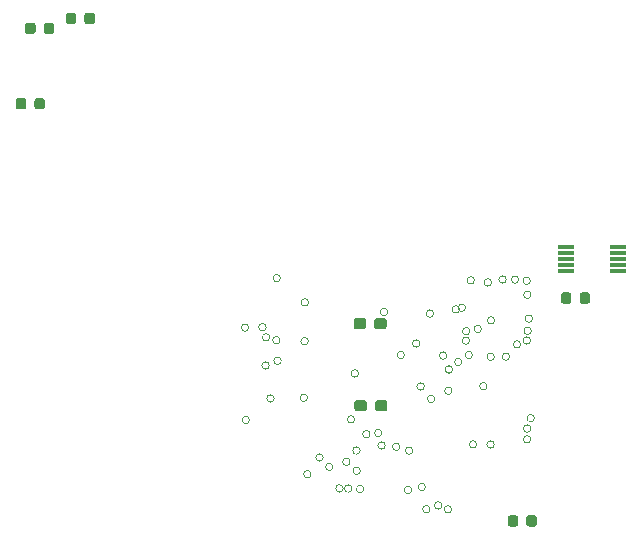
<source format=gbp>
G04 #@! TF.GenerationSoftware,KiCad,Pcbnew,5.1.2-f72e74a~84~ubuntu16.04.1*
G04 #@! TF.CreationDate,2019-07-11T03:11:06-05:00*
G04 #@! TF.ProjectId,uno shield,756e6f20-7368-4696-956c-642e6b696361,rev?*
G04 #@! TF.SameCoordinates,Original*
G04 #@! TF.FileFunction,Paste,Bot*
G04 #@! TF.FilePolarity,Positive*
%FSLAX46Y46*%
G04 Gerber Fmt 4.6, Leading zero omitted, Abs format (unit mm)*
G04 Created by KiCad (PCBNEW 5.1.2-f72e74a~84~ubuntu16.04.1) date 2019-07-11 03:11:06*
%MOMM*%
%LPD*%
G04 APERTURE LIST*
%ADD10C,0.080000*%
%ADD11C,0.100000*%
%ADD12C,0.950000*%
%ADD13C,0.875000*%
%ADD14R,1.400000X0.300000*%
G04 APERTURE END LIST*
D10*
X155123116Y-106700530D02*
G75*
G03X155123116Y-106700530I-315284J0D01*
G01*
X153673116Y-106520530D02*
G75*
G03X153673116Y-106520530I-315284J0D01*
G01*
X154741069Y-115478413D02*
G75*
G03X154741069Y-115478413I-315284J0D01*
G01*
X152918772Y-108843822D02*
G75*
G03X152918772Y-108843822I-315284J0D01*
G01*
X153513991Y-112839712D02*
G75*
G03X153513991Y-112839712I-315284J0D01*
G01*
X153267347Y-111632089D02*
G75*
G03X153267347Y-111632089I-315284J0D01*
G01*
X155358303Y-120422373D02*
G75*
G03X155358303Y-120422373I-315284J0D01*
G01*
X153864187Y-120411273D02*
G75*
G03X153864187Y-120411273I-315284J0D01*
G01*
X142556462Y-124134801D02*
G75*
G03X142556462Y-124134801I-315284J0D01*
G01*
X143300487Y-124147847D02*
G75*
G03X143300487Y-124147847I-315284J0D01*
G01*
X149913017Y-125891840D02*
G75*
G03X149913017Y-125891840I-315284J0D01*
G01*
X151734205Y-125901910D02*
G75*
G03X151734205Y-125901910I-315284J0D01*
G01*
X151822686Y-114065712D02*
G75*
G03X151822686Y-114065712I-315284J0D01*
G01*
X149060927Y-111866021D02*
G75*
G03X149060927Y-111866021I-315284J0D01*
G01*
X150215043Y-109333865D02*
G75*
G03X150215043Y-109333865I-315284J0D01*
G01*
X152403962Y-108977900D02*
G75*
G03X152403962Y-108977900I-315284J0D01*
G01*
X156373103Y-106449469D02*
G75*
G03X156373103Y-106449469I-315284J0D01*
G01*
X157421556Y-106454098D02*
G75*
G03X157421556Y-106454098I-315284J0D01*
G01*
X158413124Y-106559521D02*
G75*
G03X158413124Y-106559521I-315284J0D01*
G01*
X158457772Y-107742896D02*
G75*
G03X158457772Y-107742896I-315284J0D01*
G01*
X155387599Y-109911224D02*
G75*
G03X155387599Y-109911224I-315284J0D01*
G01*
X154260328Y-110635941D02*
G75*
G03X154260328Y-110635941I-315284J0D01*
G01*
X153285847Y-110823217D02*
G75*
G03X153285847Y-110823217I-315284J0D01*
G01*
X158590722Y-109762278D02*
G75*
G03X158590722Y-109762278I-315284J0D01*
G01*
X158487156Y-110798573D02*
G75*
G03X158487156Y-110798573I-315284J0D01*
G01*
X158419305Y-111613082D02*
G75*
G03X158419305Y-111613082I-315284J0D01*
G01*
X157593116Y-111940530D02*
G75*
G03X157593116Y-111940530I-315284J0D01*
G01*
X156647776Y-112983555D02*
G75*
G03X156647776Y-112983555I-315284J0D01*
G01*
X155367714Y-112988853D02*
G75*
G03X155367714Y-112988853I-315284J0D01*
G01*
X147750615Y-112845163D02*
G75*
G03X147750615Y-112845163I-315284J0D01*
G01*
X151333014Y-112889507D02*
G75*
G03X151333014Y-112889507I-315284J0D01*
G01*
X152610878Y-113433312D02*
G75*
G03X152610878Y-113433312I-315284J0D01*
G01*
X151816844Y-114077936D02*
G75*
G03X151816844Y-114077936I-315284J0D01*
G01*
X151774997Y-115875537D02*
G75*
G03X151774997Y-115875537I-315284J0D01*
G01*
X158749703Y-118182389D02*
G75*
G03X158749703Y-118182389I-315284J0D01*
G01*
X158454229Y-119068629D02*
G75*
G03X158454229Y-119068629I-315284J0D01*
G01*
X158441015Y-119980166D02*
G75*
G03X158441015Y-119980166I-315284J0D01*
G01*
X150920119Y-125576285D02*
G75*
G03X150920119Y-125576285I-315284J0D01*
G01*
X149523185Y-124016483D02*
G75*
G03X149523185Y-124016483I-315284J0D01*
G01*
X148362637Y-124260323D02*
G75*
G03X148362637Y-124260323I-315284J0D01*
G01*
X150316972Y-116562856D02*
G75*
G03X150316972Y-116562856I-315284J0D01*
G01*
X149435292Y-115504060D02*
G75*
G03X149435292Y-115504060I-315284J0D01*
G01*
X148455304Y-120947506D02*
G75*
G03X148455304Y-120947506I-315284J0D01*
G01*
X147357458Y-120618794D02*
G75*
G03X147357458Y-120618794I-315284J0D01*
G01*
X146124062Y-120504453D02*
G75*
G03X146124062Y-120504453I-315284J0D01*
G01*
X145839978Y-119442894D02*
G75*
G03X145839978Y-119442894I-315284J0D01*
G01*
X144839544Y-119543412D02*
G75*
G03X144839544Y-119543412I-315284J0D01*
G01*
X143537835Y-118290766D02*
G75*
G03X143537835Y-118290766I-315284J0D01*
G01*
X143853806Y-114399635D02*
G75*
G03X143853806Y-114399635I-315284J0D01*
G01*
X146332667Y-109192821D02*
G75*
G03X146332667Y-109192821I-315284J0D01*
G01*
X139624558Y-108387364D02*
G75*
G03X139624558Y-108387364I-315284J0D01*
G01*
X137251381Y-106336289D02*
G75*
G03X137251381Y-106336289I-315284J0D01*
G01*
X134558667Y-110527773D02*
G75*
G03X134558667Y-110527773I-315284J0D01*
G01*
X136037954Y-110484131D02*
G75*
G03X136037954Y-110484131I-315284J0D01*
G01*
X136340021Y-111337814D02*
G75*
G03X136340021Y-111337814I-315284J0D01*
G01*
X137207423Y-111586402D02*
G75*
G03X137207423Y-111586402I-315284J0D01*
G01*
X139608979Y-111683227D02*
G75*
G03X139608979Y-111683227I-315284J0D01*
G01*
X137314122Y-113342909D02*
G75*
G03X137314122Y-113342909I-315284J0D01*
G01*
X136309433Y-113732599D02*
G75*
G03X136309433Y-113732599I-315284J0D01*
G01*
X139543106Y-116469117D02*
G75*
G03X139543106Y-116469117I-315284J0D01*
G01*
X143993182Y-120936608D02*
G75*
G03X143993182Y-120936608I-315284J0D01*
G01*
X144019927Y-122646108D02*
G75*
G03X144019927Y-122646108I-315284J0D01*
G01*
X143147409Y-121892311D02*
G75*
G03X143147409Y-121892311I-315284J0D01*
G01*
X144305541Y-124188955D02*
G75*
G03X144305541Y-124188955I-315284J0D01*
G01*
X136720255Y-116516137D02*
G75*
G03X136720255Y-116516137I-315284J0D01*
G01*
X134621545Y-118339084D02*
G75*
G03X134621545Y-118339084I-315284J0D01*
G01*
X140869360Y-121517618D02*
G75*
G03X140869360Y-121517618I-315284J0D01*
G01*
X139834645Y-122933536D02*
G75*
G03X139834645Y-122933536I-315284J0D01*
G01*
X141696412Y-122317521D02*
G75*
G03X141696412Y-122317521I-315284J0D01*
G01*
D11*
G36*
X146025779Y-109706144D02*
G01*
X146048834Y-109709563D01*
X146071443Y-109715227D01*
X146093387Y-109723079D01*
X146114457Y-109733044D01*
X146134448Y-109745026D01*
X146153168Y-109758910D01*
X146170438Y-109774562D01*
X146186090Y-109791832D01*
X146199974Y-109810552D01*
X146211956Y-109830543D01*
X146221921Y-109851613D01*
X146229773Y-109873557D01*
X146235437Y-109896166D01*
X146238856Y-109919221D01*
X146240000Y-109942500D01*
X146240000Y-110417500D01*
X146238856Y-110440779D01*
X146235437Y-110463834D01*
X146229773Y-110486443D01*
X146221921Y-110508387D01*
X146211956Y-110529457D01*
X146199974Y-110549448D01*
X146186090Y-110568168D01*
X146170438Y-110585438D01*
X146153168Y-110601090D01*
X146134448Y-110614974D01*
X146114457Y-110626956D01*
X146093387Y-110636921D01*
X146071443Y-110644773D01*
X146048834Y-110650437D01*
X146025779Y-110653856D01*
X146002500Y-110655000D01*
X145427500Y-110655000D01*
X145404221Y-110653856D01*
X145381166Y-110650437D01*
X145358557Y-110644773D01*
X145336613Y-110636921D01*
X145315543Y-110626956D01*
X145295552Y-110614974D01*
X145276832Y-110601090D01*
X145259562Y-110585438D01*
X145243910Y-110568168D01*
X145230026Y-110549448D01*
X145218044Y-110529457D01*
X145208079Y-110508387D01*
X145200227Y-110486443D01*
X145194563Y-110463834D01*
X145191144Y-110440779D01*
X145190000Y-110417500D01*
X145190000Y-109942500D01*
X145191144Y-109919221D01*
X145194563Y-109896166D01*
X145200227Y-109873557D01*
X145208079Y-109851613D01*
X145218044Y-109830543D01*
X145230026Y-109810552D01*
X145243910Y-109791832D01*
X145259562Y-109774562D01*
X145276832Y-109758910D01*
X145295552Y-109745026D01*
X145315543Y-109733044D01*
X145336613Y-109723079D01*
X145358557Y-109715227D01*
X145381166Y-109709563D01*
X145404221Y-109706144D01*
X145427500Y-109705000D01*
X146002500Y-109705000D01*
X146025779Y-109706144D01*
X146025779Y-109706144D01*
G37*
D12*
X145715000Y-110180000D03*
D11*
G36*
X144275779Y-109706144D02*
G01*
X144298834Y-109709563D01*
X144321443Y-109715227D01*
X144343387Y-109723079D01*
X144364457Y-109733044D01*
X144384448Y-109745026D01*
X144403168Y-109758910D01*
X144420438Y-109774562D01*
X144436090Y-109791832D01*
X144449974Y-109810552D01*
X144461956Y-109830543D01*
X144471921Y-109851613D01*
X144479773Y-109873557D01*
X144485437Y-109896166D01*
X144488856Y-109919221D01*
X144490000Y-109942500D01*
X144490000Y-110417500D01*
X144488856Y-110440779D01*
X144485437Y-110463834D01*
X144479773Y-110486443D01*
X144471921Y-110508387D01*
X144461956Y-110529457D01*
X144449974Y-110549448D01*
X144436090Y-110568168D01*
X144420438Y-110585438D01*
X144403168Y-110601090D01*
X144384448Y-110614974D01*
X144364457Y-110626956D01*
X144343387Y-110636921D01*
X144321443Y-110644773D01*
X144298834Y-110650437D01*
X144275779Y-110653856D01*
X144252500Y-110655000D01*
X143677500Y-110655000D01*
X143654221Y-110653856D01*
X143631166Y-110650437D01*
X143608557Y-110644773D01*
X143586613Y-110636921D01*
X143565543Y-110626956D01*
X143545552Y-110614974D01*
X143526832Y-110601090D01*
X143509562Y-110585438D01*
X143493910Y-110568168D01*
X143480026Y-110549448D01*
X143468044Y-110529457D01*
X143458079Y-110508387D01*
X143450227Y-110486443D01*
X143444563Y-110463834D01*
X143441144Y-110440779D01*
X143440000Y-110417500D01*
X143440000Y-109942500D01*
X143441144Y-109919221D01*
X143444563Y-109896166D01*
X143450227Y-109873557D01*
X143458079Y-109851613D01*
X143468044Y-109830543D01*
X143480026Y-109810552D01*
X143493910Y-109791832D01*
X143509562Y-109774562D01*
X143526832Y-109758910D01*
X143545552Y-109745026D01*
X143565543Y-109733044D01*
X143586613Y-109723079D01*
X143608557Y-109715227D01*
X143631166Y-109709563D01*
X143654221Y-109706144D01*
X143677500Y-109705000D01*
X144252500Y-109705000D01*
X144275779Y-109706144D01*
X144275779Y-109706144D01*
G37*
D12*
X143965000Y-110180000D03*
D11*
G36*
X146095779Y-116656144D02*
G01*
X146118834Y-116659563D01*
X146141443Y-116665227D01*
X146163387Y-116673079D01*
X146184457Y-116683044D01*
X146204448Y-116695026D01*
X146223168Y-116708910D01*
X146240438Y-116724562D01*
X146256090Y-116741832D01*
X146269974Y-116760552D01*
X146281956Y-116780543D01*
X146291921Y-116801613D01*
X146299773Y-116823557D01*
X146305437Y-116846166D01*
X146308856Y-116869221D01*
X146310000Y-116892500D01*
X146310000Y-117367500D01*
X146308856Y-117390779D01*
X146305437Y-117413834D01*
X146299773Y-117436443D01*
X146291921Y-117458387D01*
X146281956Y-117479457D01*
X146269974Y-117499448D01*
X146256090Y-117518168D01*
X146240438Y-117535438D01*
X146223168Y-117551090D01*
X146204448Y-117564974D01*
X146184457Y-117576956D01*
X146163387Y-117586921D01*
X146141443Y-117594773D01*
X146118834Y-117600437D01*
X146095779Y-117603856D01*
X146072500Y-117605000D01*
X145497500Y-117605000D01*
X145474221Y-117603856D01*
X145451166Y-117600437D01*
X145428557Y-117594773D01*
X145406613Y-117586921D01*
X145385543Y-117576956D01*
X145365552Y-117564974D01*
X145346832Y-117551090D01*
X145329562Y-117535438D01*
X145313910Y-117518168D01*
X145300026Y-117499448D01*
X145288044Y-117479457D01*
X145278079Y-117458387D01*
X145270227Y-117436443D01*
X145264563Y-117413834D01*
X145261144Y-117390779D01*
X145260000Y-117367500D01*
X145260000Y-116892500D01*
X145261144Y-116869221D01*
X145264563Y-116846166D01*
X145270227Y-116823557D01*
X145278079Y-116801613D01*
X145288044Y-116780543D01*
X145300026Y-116760552D01*
X145313910Y-116741832D01*
X145329562Y-116724562D01*
X145346832Y-116708910D01*
X145365552Y-116695026D01*
X145385543Y-116683044D01*
X145406613Y-116673079D01*
X145428557Y-116665227D01*
X145451166Y-116659563D01*
X145474221Y-116656144D01*
X145497500Y-116655000D01*
X146072500Y-116655000D01*
X146095779Y-116656144D01*
X146095779Y-116656144D01*
G37*
D12*
X145785000Y-117130000D03*
D11*
G36*
X144345779Y-116656144D02*
G01*
X144368834Y-116659563D01*
X144391443Y-116665227D01*
X144413387Y-116673079D01*
X144434457Y-116683044D01*
X144454448Y-116695026D01*
X144473168Y-116708910D01*
X144490438Y-116724562D01*
X144506090Y-116741832D01*
X144519974Y-116760552D01*
X144531956Y-116780543D01*
X144541921Y-116801613D01*
X144549773Y-116823557D01*
X144555437Y-116846166D01*
X144558856Y-116869221D01*
X144560000Y-116892500D01*
X144560000Y-117367500D01*
X144558856Y-117390779D01*
X144555437Y-117413834D01*
X144549773Y-117436443D01*
X144541921Y-117458387D01*
X144531956Y-117479457D01*
X144519974Y-117499448D01*
X144506090Y-117518168D01*
X144490438Y-117535438D01*
X144473168Y-117551090D01*
X144454448Y-117564974D01*
X144434457Y-117576956D01*
X144413387Y-117586921D01*
X144391443Y-117594773D01*
X144368834Y-117600437D01*
X144345779Y-117603856D01*
X144322500Y-117605000D01*
X143747500Y-117605000D01*
X143724221Y-117603856D01*
X143701166Y-117600437D01*
X143678557Y-117594773D01*
X143656613Y-117586921D01*
X143635543Y-117576956D01*
X143615552Y-117564974D01*
X143596832Y-117551090D01*
X143579562Y-117535438D01*
X143563910Y-117518168D01*
X143550026Y-117499448D01*
X143538044Y-117479457D01*
X143528079Y-117458387D01*
X143520227Y-117436443D01*
X143514563Y-117413834D01*
X143511144Y-117390779D01*
X143510000Y-117367500D01*
X143510000Y-116892500D01*
X143511144Y-116869221D01*
X143514563Y-116846166D01*
X143520227Y-116823557D01*
X143528079Y-116801613D01*
X143538044Y-116780543D01*
X143550026Y-116760552D01*
X143563910Y-116741832D01*
X143579562Y-116724562D01*
X143596832Y-116708910D01*
X143615552Y-116695026D01*
X143635543Y-116683044D01*
X143656613Y-116673079D01*
X143678557Y-116665227D01*
X143701166Y-116659563D01*
X143724221Y-116656144D01*
X143747500Y-116655000D01*
X144322500Y-116655000D01*
X144345779Y-116656144D01*
X144345779Y-116656144D01*
G37*
D12*
X144035000Y-117130000D03*
D11*
G36*
X116312691Y-84706053D02*
G01*
X116333926Y-84709203D01*
X116354750Y-84714419D01*
X116374962Y-84721651D01*
X116394368Y-84730830D01*
X116412781Y-84741866D01*
X116430024Y-84754654D01*
X116445930Y-84769070D01*
X116460346Y-84784976D01*
X116473134Y-84802219D01*
X116484170Y-84820632D01*
X116493349Y-84840038D01*
X116500581Y-84860250D01*
X116505797Y-84881074D01*
X116508947Y-84902309D01*
X116510000Y-84923750D01*
X116510000Y-85436250D01*
X116508947Y-85457691D01*
X116505797Y-85478926D01*
X116500581Y-85499750D01*
X116493349Y-85519962D01*
X116484170Y-85539368D01*
X116473134Y-85557781D01*
X116460346Y-85575024D01*
X116445930Y-85590930D01*
X116430024Y-85605346D01*
X116412781Y-85618134D01*
X116394368Y-85629170D01*
X116374962Y-85638349D01*
X116354750Y-85645581D01*
X116333926Y-85650797D01*
X116312691Y-85653947D01*
X116291250Y-85655000D01*
X115853750Y-85655000D01*
X115832309Y-85653947D01*
X115811074Y-85650797D01*
X115790250Y-85645581D01*
X115770038Y-85638349D01*
X115750632Y-85629170D01*
X115732219Y-85618134D01*
X115714976Y-85605346D01*
X115699070Y-85590930D01*
X115684654Y-85575024D01*
X115671866Y-85557781D01*
X115660830Y-85539368D01*
X115651651Y-85519962D01*
X115644419Y-85499750D01*
X115639203Y-85478926D01*
X115636053Y-85457691D01*
X115635000Y-85436250D01*
X115635000Y-84923750D01*
X115636053Y-84902309D01*
X115639203Y-84881074D01*
X115644419Y-84860250D01*
X115651651Y-84840038D01*
X115660830Y-84820632D01*
X115671866Y-84802219D01*
X115684654Y-84784976D01*
X115699070Y-84769070D01*
X115714976Y-84754654D01*
X115732219Y-84741866D01*
X115750632Y-84730830D01*
X115770038Y-84721651D01*
X115790250Y-84714419D01*
X115811074Y-84709203D01*
X115832309Y-84706053D01*
X115853750Y-84705000D01*
X116291250Y-84705000D01*
X116312691Y-84706053D01*
X116312691Y-84706053D01*
G37*
D13*
X116072500Y-85180000D03*
D11*
G36*
X117887691Y-84706053D02*
G01*
X117908926Y-84709203D01*
X117929750Y-84714419D01*
X117949962Y-84721651D01*
X117969368Y-84730830D01*
X117987781Y-84741866D01*
X118005024Y-84754654D01*
X118020930Y-84769070D01*
X118035346Y-84784976D01*
X118048134Y-84802219D01*
X118059170Y-84820632D01*
X118068349Y-84840038D01*
X118075581Y-84860250D01*
X118080797Y-84881074D01*
X118083947Y-84902309D01*
X118085000Y-84923750D01*
X118085000Y-85436250D01*
X118083947Y-85457691D01*
X118080797Y-85478926D01*
X118075581Y-85499750D01*
X118068349Y-85519962D01*
X118059170Y-85539368D01*
X118048134Y-85557781D01*
X118035346Y-85575024D01*
X118020930Y-85590930D01*
X118005024Y-85605346D01*
X117987781Y-85618134D01*
X117969368Y-85629170D01*
X117949962Y-85638349D01*
X117929750Y-85645581D01*
X117908926Y-85650797D01*
X117887691Y-85653947D01*
X117866250Y-85655000D01*
X117428750Y-85655000D01*
X117407309Y-85653947D01*
X117386074Y-85650797D01*
X117365250Y-85645581D01*
X117345038Y-85638349D01*
X117325632Y-85629170D01*
X117307219Y-85618134D01*
X117289976Y-85605346D01*
X117274070Y-85590930D01*
X117259654Y-85575024D01*
X117246866Y-85557781D01*
X117235830Y-85539368D01*
X117226651Y-85519962D01*
X117219419Y-85499750D01*
X117214203Y-85478926D01*
X117211053Y-85457691D01*
X117210000Y-85436250D01*
X117210000Y-84923750D01*
X117211053Y-84902309D01*
X117214203Y-84881074D01*
X117219419Y-84860250D01*
X117226651Y-84840038D01*
X117235830Y-84820632D01*
X117246866Y-84802219D01*
X117259654Y-84784976D01*
X117274070Y-84769070D01*
X117289976Y-84754654D01*
X117307219Y-84741866D01*
X117325632Y-84730830D01*
X117345038Y-84721651D01*
X117365250Y-84714419D01*
X117386074Y-84709203D01*
X117407309Y-84706053D01*
X117428750Y-84705000D01*
X117866250Y-84705000D01*
X117887691Y-84706053D01*
X117887691Y-84706053D01*
G37*
D13*
X117647500Y-85180000D03*
D11*
G36*
X121327691Y-83876053D02*
G01*
X121348926Y-83879203D01*
X121369750Y-83884419D01*
X121389962Y-83891651D01*
X121409368Y-83900830D01*
X121427781Y-83911866D01*
X121445024Y-83924654D01*
X121460930Y-83939070D01*
X121475346Y-83954976D01*
X121488134Y-83972219D01*
X121499170Y-83990632D01*
X121508349Y-84010038D01*
X121515581Y-84030250D01*
X121520797Y-84051074D01*
X121523947Y-84072309D01*
X121525000Y-84093750D01*
X121525000Y-84606250D01*
X121523947Y-84627691D01*
X121520797Y-84648926D01*
X121515581Y-84669750D01*
X121508349Y-84689962D01*
X121499170Y-84709368D01*
X121488134Y-84727781D01*
X121475346Y-84745024D01*
X121460930Y-84760930D01*
X121445024Y-84775346D01*
X121427781Y-84788134D01*
X121409368Y-84799170D01*
X121389962Y-84808349D01*
X121369750Y-84815581D01*
X121348926Y-84820797D01*
X121327691Y-84823947D01*
X121306250Y-84825000D01*
X120868750Y-84825000D01*
X120847309Y-84823947D01*
X120826074Y-84820797D01*
X120805250Y-84815581D01*
X120785038Y-84808349D01*
X120765632Y-84799170D01*
X120747219Y-84788134D01*
X120729976Y-84775346D01*
X120714070Y-84760930D01*
X120699654Y-84745024D01*
X120686866Y-84727781D01*
X120675830Y-84709368D01*
X120666651Y-84689962D01*
X120659419Y-84669750D01*
X120654203Y-84648926D01*
X120651053Y-84627691D01*
X120650000Y-84606250D01*
X120650000Y-84093750D01*
X120651053Y-84072309D01*
X120654203Y-84051074D01*
X120659419Y-84030250D01*
X120666651Y-84010038D01*
X120675830Y-83990632D01*
X120686866Y-83972219D01*
X120699654Y-83954976D01*
X120714070Y-83939070D01*
X120729976Y-83924654D01*
X120747219Y-83911866D01*
X120765632Y-83900830D01*
X120785038Y-83891651D01*
X120805250Y-83884419D01*
X120826074Y-83879203D01*
X120847309Y-83876053D01*
X120868750Y-83875000D01*
X121306250Y-83875000D01*
X121327691Y-83876053D01*
X121327691Y-83876053D01*
G37*
D13*
X121087500Y-84350000D03*
D11*
G36*
X119752691Y-83876053D02*
G01*
X119773926Y-83879203D01*
X119794750Y-83884419D01*
X119814962Y-83891651D01*
X119834368Y-83900830D01*
X119852781Y-83911866D01*
X119870024Y-83924654D01*
X119885930Y-83939070D01*
X119900346Y-83954976D01*
X119913134Y-83972219D01*
X119924170Y-83990632D01*
X119933349Y-84010038D01*
X119940581Y-84030250D01*
X119945797Y-84051074D01*
X119948947Y-84072309D01*
X119950000Y-84093750D01*
X119950000Y-84606250D01*
X119948947Y-84627691D01*
X119945797Y-84648926D01*
X119940581Y-84669750D01*
X119933349Y-84689962D01*
X119924170Y-84709368D01*
X119913134Y-84727781D01*
X119900346Y-84745024D01*
X119885930Y-84760930D01*
X119870024Y-84775346D01*
X119852781Y-84788134D01*
X119834368Y-84799170D01*
X119814962Y-84808349D01*
X119794750Y-84815581D01*
X119773926Y-84820797D01*
X119752691Y-84823947D01*
X119731250Y-84825000D01*
X119293750Y-84825000D01*
X119272309Y-84823947D01*
X119251074Y-84820797D01*
X119230250Y-84815581D01*
X119210038Y-84808349D01*
X119190632Y-84799170D01*
X119172219Y-84788134D01*
X119154976Y-84775346D01*
X119139070Y-84760930D01*
X119124654Y-84745024D01*
X119111866Y-84727781D01*
X119100830Y-84709368D01*
X119091651Y-84689962D01*
X119084419Y-84669750D01*
X119079203Y-84648926D01*
X119076053Y-84627691D01*
X119075000Y-84606250D01*
X119075000Y-84093750D01*
X119076053Y-84072309D01*
X119079203Y-84051074D01*
X119084419Y-84030250D01*
X119091651Y-84010038D01*
X119100830Y-83990632D01*
X119111866Y-83972219D01*
X119124654Y-83954976D01*
X119139070Y-83939070D01*
X119154976Y-83924654D01*
X119172219Y-83911866D01*
X119190632Y-83900830D01*
X119210038Y-83891651D01*
X119230250Y-83884419D01*
X119251074Y-83879203D01*
X119272309Y-83876053D01*
X119293750Y-83875000D01*
X119731250Y-83875000D01*
X119752691Y-83876053D01*
X119752691Y-83876053D01*
G37*
D13*
X119512500Y-84350000D03*
D11*
G36*
X115522691Y-91106053D02*
G01*
X115543926Y-91109203D01*
X115564750Y-91114419D01*
X115584962Y-91121651D01*
X115604368Y-91130830D01*
X115622781Y-91141866D01*
X115640024Y-91154654D01*
X115655930Y-91169070D01*
X115670346Y-91184976D01*
X115683134Y-91202219D01*
X115694170Y-91220632D01*
X115703349Y-91240038D01*
X115710581Y-91260250D01*
X115715797Y-91281074D01*
X115718947Y-91302309D01*
X115720000Y-91323750D01*
X115720000Y-91836250D01*
X115718947Y-91857691D01*
X115715797Y-91878926D01*
X115710581Y-91899750D01*
X115703349Y-91919962D01*
X115694170Y-91939368D01*
X115683134Y-91957781D01*
X115670346Y-91975024D01*
X115655930Y-91990930D01*
X115640024Y-92005346D01*
X115622781Y-92018134D01*
X115604368Y-92029170D01*
X115584962Y-92038349D01*
X115564750Y-92045581D01*
X115543926Y-92050797D01*
X115522691Y-92053947D01*
X115501250Y-92055000D01*
X115063750Y-92055000D01*
X115042309Y-92053947D01*
X115021074Y-92050797D01*
X115000250Y-92045581D01*
X114980038Y-92038349D01*
X114960632Y-92029170D01*
X114942219Y-92018134D01*
X114924976Y-92005346D01*
X114909070Y-91990930D01*
X114894654Y-91975024D01*
X114881866Y-91957781D01*
X114870830Y-91939368D01*
X114861651Y-91919962D01*
X114854419Y-91899750D01*
X114849203Y-91878926D01*
X114846053Y-91857691D01*
X114845000Y-91836250D01*
X114845000Y-91323750D01*
X114846053Y-91302309D01*
X114849203Y-91281074D01*
X114854419Y-91260250D01*
X114861651Y-91240038D01*
X114870830Y-91220632D01*
X114881866Y-91202219D01*
X114894654Y-91184976D01*
X114909070Y-91169070D01*
X114924976Y-91154654D01*
X114942219Y-91141866D01*
X114960632Y-91130830D01*
X114980038Y-91121651D01*
X115000250Y-91114419D01*
X115021074Y-91109203D01*
X115042309Y-91106053D01*
X115063750Y-91105000D01*
X115501250Y-91105000D01*
X115522691Y-91106053D01*
X115522691Y-91106053D01*
G37*
D13*
X115282500Y-91580000D03*
D11*
G36*
X117097691Y-91106053D02*
G01*
X117118926Y-91109203D01*
X117139750Y-91114419D01*
X117159962Y-91121651D01*
X117179368Y-91130830D01*
X117197781Y-91141866D01*
X117215024Y-91154654D01*
X117230930Y-91169070D01*
X117245346Y-91184976D01*
X117258134Y-91202219D01*
X117269170Y-91220632D01*
X117278349Y-91240038D01*
X117285581Y-91260250D01*
X117290797Y-91281074D01*
X117293947Y-91302309D01*
X117295000Y-91323750D01*
X117295000Y-91836250D01*
X117293947Y-91857691D01*
X117290797Y-91878926D01*
X117285581Y-91899750D01*
X117278349Y-91919962D01*
X117269170Y-91939368D01*
X117258134Y-91957781D01*
X117245346Y-91975024D01*
X117230930Y-91990930D01*
X117215024Y-92005346D01*
X117197781Y-92018134D01*
X117179368Y-92029170D01*
X117159962Y-92038349D01*
X117139750Y-92045581D01*
X117118926Y-92050797D01*
X117097691Y-92053947D01*
X117076250Y-92055000D01*
X116638750Y-92055000D01*
X116617309Y-92053947D01*
X116596074Y-92050797D01*
X116575250Y-92045581D01*
X116555038Y-92038349D01*
X116535632Y-92029170D01*
X116517219Y-92018134D01*
X116499976Y-92005346D01*
X116484070Y-91990930D01*
X116469654Y-91975024D01*
X116456866Y-91957781D01*
X116445830Y-91939368D01*
X116436651Y-91919962D01*
X116429419Y-91899750D01*
X116424203Y-91878926D01*
X116421053Y-91857691D01*
X116420000Y-91836250D01*
X116420000Y-91323750D01*
X116421053Y-91302309D01*
X116424203Y-91281074D01*
X116429419Y-91260250D01*
X116436651Y-91240038D01*
X116445830Y-91220632D01*
X116456866Y-91202219D01*
X116469654Y-91184976D01*
X116484070Y-91169070D01*
X116499976Y-91154654D01*
X116517219Y-91141866D01*
X116535632Y-91130830D01*
X116555038Y-91121651D01*
X116575250Y-91114419D01*
X116596074Y-91109203D01*
X116617309Y-91106053D01*
X116638750Y-91105000D01*
X117076250Y-91105000D01*
X117097691Y-91106053D01*
X117097691Y-91106053D01*
G37*
D13*
X116857500Y-91580000D03*
D11*
G36*
X161682691Y-107546053D02*
G01*
X161703926Y-107549203D01*
X161724750Y-107554419D01*
X161744962Y-107561651D01*
X161764368Y-107570830D01*
X161782781Y-107581866D01*
X161800024Y-107594654D01*
X161815930Y-107609070D01*
X161830346Y-107624976D01*
X161843134Y-107642219D01*
X161854170Y-107660632D01*
X161863349Y-107680038D01*
X161870581Y-107700250D01*
X161875797Y-107721074D01*
X161878947Y-107742309D01*
X161880000Y-107763750D01*
X161880000Y-108276250D01*
X161878947Y-108297691D01*
X161875797Y-108318926D01*
X161870581Y-108339750D01*
X161863349Y-108359962D01*
X161854170Y-108379368D01*
X161843134Y-108397781D01*
X161830346Y-108415024D01*
X161815930Y-108430930D01*
X161800024Y-108445346D01*
X161782781Y-108458134D01*
X161764368Y-108469170D01*
X161744962Y-108478349D01*
X161724750Y-108485581D01*
X161703926Y-108490797D01*
X161682691Y-108493947D01*
X161661250Y-108495000D01*
X161223750Y-108495000D01*
X161202309Y-108493947D01*
X161181074Y-108490797D01*
X161160250Y-108485581D01*
X161140038Y-108478349D01*
X161120632Y-108469170D01*
X161102219Y-108458134D01*
X161084976Y-108445346D01*
X161069070Y-108430930D01*
X161054654Y-108415024D01*
X161041866Y-108397781D01*
X161030830Y-108379368D01*
X161021651Y-108359962D01*
X161014419Y-108339750D01*
X161009203Y-108318926D01*
X161006053Y-108297691D01*
X161005000Y-108276250D01*
X161005000Y-107763750D01*
X161006053Y-107742309D01*
X161009203Y-107721074D01*
X161014419Y-107700250D01*
X161021651Y-107680038D01*
X161030830Y-107660632D01*
X161041866Y-107642219D01*
X161054654Y-107624976D01*
X161069070Y-107609070D01*
X161084976Y-107594654D01*
X161102219Y-107581866D01*
X161120632Y-107570830D01*
X161140038Y-107561651D01*
X161160250Y-107554419D01*
X161181074Y-107549203D01*
X161202309Y-107546053D01*
X161223750Y-107545000D01*
X161661250Y-107545000D01*
X161682691Y-107546053D01*
X161682691Y-107546053D01*
G37*
D13*
X161442500Y-108020000D03*
D11*
G36*
X163257691Y-107546053D02*
G01*
X163278926Y-107549203D01*
X163299750Y-107554419D01*
X163319962Y-107561651D01*
X163339368Y-107570830D01*
X163357781Y-107581866D01*
X163375024Y-107594654D01*
X163390930Y-107609070D01*
X163405346Y-107624976D01*
X163418134Y-107642219D01*
X163429170Y-107660632D01*
X163438349Y-107680038D01*
X163445581Y-107700250D01*
X163450797Y-107721074D01*
X163453947Y-107742309D01*
X163455000Y-107763750D01*
X163455000Y-108276250D01*
X163453947Y-108297691D01*
X163450797Y-108318926D01*
X163445581Y-108339750D01*
X163438349Y-108359962D01*
X163429170Y-108379368D01*
X163418134Y-108397781D01*
X163405346Y-108415024D01*
X163390930Y-108430930D01*
X163375024Y-108445346D01*
X163357781Y-108458134D01*
X163339368Y-108469170D01*
X163319962Y-108478349D01*
X163299750Y-108485581D01*
X163278926Y-108490797D01*
X163257691Y-108493947D01*
X163236250Y-108495000D01*
X162798750Y-108495000D01*
X162777309Y-108493947D01*
X162756074Y-108490797D01*
X162735250Y-108485581D01*
X162715038Y-108478349D01*
X162695632Y-108469170D01*
X162677219Y-108458134D01*
X162659976Y-108445346D01*
X162644070Y-108430930D01*
X162629654Y-108415024D01*
X162616866Y-108397781D01*
X162605830Y-108379368D01*
X162596651Y-108359962D01*
X162589419Y-108339750D01*
X162584203Y-108318926D01*
X162581053Y-108297691D01*
X162580000Y-108276250D01*
X162580000Y-107763750D01*
X162581053Y-107742309D01*
X162584203Y-107721074D01*
X162589419Y-107700250D01*
X162596651Y-107680038D01*
X162605830Y-107660632D01*
X162616866Y-107642219D01*
X162629654Y-107624976D01*
X162644070Y-107609070D01*
X162659976Y-107594654D01*
X162677219Y-107581866D01*
X162695632Y-107570830D01*
X162715038Y-107561651D01*
X162735250Y-107554419D01*
X162756074Y-107549203D01*
X162777309Y-107546053D01*
X162798750Y-107545000D01*
X163236250Y-107545000D01*
X163257691Y-107546053D01*
X163257691Y-107546053D01*
G37*
D13*
X163017500Y-108020000D03*
D11*
G36*
X157175191Y-126416053D02*
G01*
X157196426Y-126419203D01*
X157217250Y-126424419D01*
X157237462Y-126431651D01*
X157256868Y-126440830D01*
X157275281Y-126451866D01*
X157292524Y-126464654D01*
X157308430Y-126479070D01*
X157322846Y-126494976D01*
X157335634Y-126512219D01*
X157346670Y-126530632D01*
X157355849Y-126550038D01*
X157363081Y-126570250D01*
X157368297Y-126591074D01*
X157371447Y-126612309D01*
X157372500Y-126633750D01*
X157372500Y-127146250D01*
X157371447Y-127167691D01*
X157368297Y-127188926D01*
X157363081Y-127209750D01*
X157355849Y-127229962D01*
X157346670Y-127249368D01*
X157335634Y-127267781D01*
X157322846Y-127285024D01*
X157308430Y-127300930D01*
X157292524Y-127315346D01*
X157275281Y-127328134D01*
X157256868Y-127339170D01*
X157237462Y-127348349D01*
X157217250Y-127355581D01*
X157196426Y-127360797D01*
X157175191Y-127363947D01*
X157153750Y-127365000D01*
X156716250Y-127365000D01*
X156694809Y-127363947D01*
X156673574Y-127360797D01*
X156652750Y-127355581D01*
X156632538Y-127348349D01*
X156613132Y-127339170D01*
X156594719Y-127328134D01*
X156577476Y-127315346D01*
X156561570Y-127300930D01*
X156547154Y-127285024D01*
X156534366Y-127267781D01*
X156523330Y-127249368D01*
X156514151Y-127229962D01*
X156506919Y-127209750D01*
X156501703Y-127188926D01*
X156498553Y-127167691D01*
X156497500Y-127146250D01*
X156497500Y-126633750D01*
X156498553Y-126612309D01*
X156501703Y-126591074D01*
X156506919Y-126570250D01*
X156514151Y-126550038D01*
X156523330Y-126530632D01*
X156534366Y-126512219D01*
X156547154Y-126494976D01*
X156561570Y-126479070D01*
X156577476Y-126464654D01*
X156594719Y-126451866D01*
X156613132Y-126440830D01*
X156632538Y-126431651D01*
X156652750Y-126424419D01*
X156673574Y-126419203D01*
X156694809Y-126416053D01*
X156716250Y-126415000D01*
X157153750Y-126415000D01*
X157175191Y-126416053D01*
X157175191Y-126416053D01*
G37*
D13*
X156935000Y-126890000D03*
D11*
G36*
X158750191Y-126416053D02*
G01*
X158771426Y-126419203D01*
X158792250Y-126424419D01*
X158812462Y-126431651D01*
X158831868Y-126440830D01*
X158850281Y-126451866D01*
X158867524Y-126464654D01*
X158883430Y-126479070D01*
X158897846Y-126494976D01*
X158910634Y-126512219D01*
X158921670Y-126530632D01*
X158930849Y-126550038D01*
X158938081Y-126570250D01*
X158943297Y-126591074D01*
X158946447Y-126612309D01*
X158947500Y-126633750D01*
X158947500Y-127146250D01*
X158946447Y-127167691D01*
X158943297Y-127188926D01*
X158938081Y-127209750D01*
X158930849Y-127229962D01*
X158921670Y-127249368D01*
X158910634Y-127267781D01*
X158897846Y-127285024D01*
X158883430Y-127300930D01*
X158867524Y-127315346D01*
X158850281Y-127328134D01*
X158831868Y-127339170D01*
X158812462Y-127348349D01*
X158792250Y-127355581D01*
X158771426Y-127360797D01*
X158750191Y-127363947D01*
X158728750Y-127365000D01*
X158291250Y-127365000D01*
X158269809Y-127363947D01*
X158248574Y-127360797D01*
X158227750Y-127355581D01*
X158207538Y-127348349D01*
X158188132Y-127339170D01*
X158169719Y-127328134D01*
X158152476Y-127315346D01*
X158136570Y-127300930D01*
X158122154Y-127285024D01*
X158109366Y-127267781D01*
X158098330Y-127249368D01*
X158089151Y-127229962D01*
X158081919Y-127209750D01*
X158076703Y-127188926D01*
X158073553Y-127167691D01*
X158072500Y-127146250D01*
X158072500Y-126633750D01*
X158073553Y-126612309D01*
X158076703Y-126591074D01*
X158081919Y-126570250D01*
X158089151Y-126550038D01*
X158098330Y-126530632D01*
X158109366Y-126512219D01*
X158122154Y-126494976D01*
X158136570Y-126479070D01*
X158152476Y-126464654D01*
X158169719Y-126451866D01*
X158188132Y-126440830D01*
X158207538Y-126431651D01*
X158227750Y-126424419D01*
X158248574Y-126419203D01*
X158269809Y-126416053D01*
X158291250Y-126415000D01*
X158728750Y-126415000D01*
X158750191Y-126416053D01*
X158750191Y-126416053D01*
G37*
D13*
X158510000Y-126890000D03*
D14*
X165790000Y-103740000D03*
X165790000Y-104240000D03*
X165790000Y-104740000D03*
X165790000Y-105240000D03*
X165790000Y-105740000D03*
X161390000Y-105740000D03*
X161390000Y-105240000D03*
X161390000Y-104740000D03*
X161390000Y-104240000D03*
X161390000Y-103740000D03*
M02*

</source>
